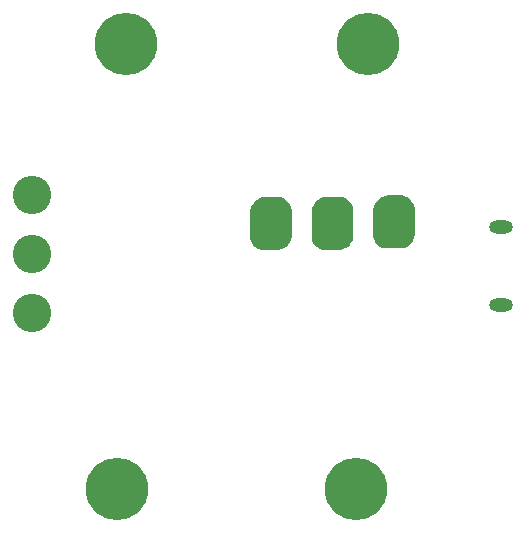
<source format=gbs>
G04*
G04 #@! TF.GenerationSoftware,Altium Limited,Altium Designer,20.0.1 (14)*
G04*
G04 Layer_Color=16711935*
%FSLAX44Y44*%
%MOMM*%
G71*
G01*
G75*
%ADD19O,2.0032X1.1032*%
%ADD20C,0.7032*%
%ADD21C,2.6032*%
%ADD22C,3.2512*%
%ADD23C,5.2832*%
G36*
X33655Y54612D02*
X34780Y54612D01*
X34814Y54610D01*
X34847D01*
X34880Y54605D01*
X34913Y54603D01*
X34946Y54597D01*
X34979Y54592D01*
X37187Y54153D01*
X37220Y54145D01*
X37252Y54138D01*
X37284Y54127D01*
X37316Y54119D01*
X37347Y54106D01*
X37378Y54095D01*
X39459Y53234D01*
X39488Y53219D01*
X39519Y53206D01*
X39548Y53190D01*
X39578Y53175D01*
X39606Y53156D01*
X39635Y53140D01*
X41507Y51889D01*
X41533Y51868D01*
X41561Y51850D01*
X41586Y51828D01*
X41612Y51808D01*
X41636Y51784D01*
X41661Y51762D01*
X43253Y50170D01*
X43275Y50145D01*
X43299Y50121D01*
X43319Y50095D01*
X43341Y50070D01*
X43359Y50042D01*
X43380Y50016D01*
X44630Y48143D01*
X44647Y48114D01*
X44666Y48087D01*
X44680Y48057D01*
X44697Y48028D01*
X44710Y47997D01*
X44724Y47967D01*
X45586Y45887D01*
X45597Y45855D01*
X45609Y45825D01*
X45618Y45793D01*
X45629Y45761D01*
X45635Y45728D01*
X45644Y45696D01*
X46083Y43488D01*
X46087Y43455D01*
X46094Y43422D01*
X46096Y43389D01*
X46100Y43356D01*
Y43323D01*
X46102Y43289D01*
X46102Y42164D01*
X46102Y42164D01*
X46102Y21843D01*
Y21843D01*
Y21843D01*
X46102Y20717D01*
X46100Y20684D01*
Y20651D01*
X46096Y20618D01*
X46094Y20584D01*
X46087Y20552D01*
X46083Y20519D01*
X45643Y18311D01*
X45635Y18279D01*
X45628Y18246D01*
X45617Y18214D01*
X45609Y18182D01*
X45596Y18151D01*
X45585Y18120D01*
X44724Y16040D01*
X44709Y16010D01*
X44696Y15979D01*
X44680Y15950D01*
X44665Y15920D01*
X44646Y15893D01*
X44630Y15864D01*
X43379Y13992D01*
X43358Y13965D01*
X43340Y13938D01*
X43318Y13913D01*
X43298Y13886D01*
X43274Y13863D01*
X43252Y13838D01*
X41660Y12246D01*
X41635Y12224D01*
X41612Y12200D01*
X41585Y12180D01*
X41560Y12158D01*
X41533Y12139D01*
X41506Y12119D01*
X39634Y10868D01*
X39605Y10852D01*
X39578Y10833D01*
X39548Y10818D01*
X39519Y10802D01*
X39488Y10789D01*
X39458Y10774D01*
X37378Y9912D01*
X37347Y9902D01*
X37316Y9889D01*
X37284Y9880D01*
X37252Y9870D01*
X37219Y9863D01*
X37187Y9855D01*
X34979Y9415D01*
X34946Y9411D01*
X34913Y9404D01*
X34880Y9402D01*
X34847Y9398D01*
X34814D01*
X34780Y9396D01*
X33660Y9396D01*
X33654Y9395D01*
X22224Y9395D01*
D01*
X21223Y9395D01*
X21190Y9397D01*
X21157D01*
X21124Y9402D01*
X21091Y9404D01*
X21058Y9410D01*
X21025Y9414D01*
X19062Y9805D01*
X19030Y9814D01*
X18997Y9820D01*
X18965Y9831D01*
X18933Y9839D01*
X18902Y9852D01*
X18871Y9863D01*
X17022Y10629D01*
X16992Y10644D01*
X16961Y10656D01*
X16932Y10673D01*
X16902Y10688D01*
X16875Y10706D01*
X16846Y10723D01*
X15182Y11835D01*
X15155Y11855D01*
X15128Y11874D01*
X15102Y11896D01*
X15076Y11916D01*
X15052Y11940D01*
X15027Y11962D01*
X13612Y13377D01*
X13590Y13402D01*
X13567Y13426D01*
X13547Y13452D01*
X13525Y13477D01*
X13506Y13505D01*
X13486Y13531D01*
X12374Y15196D01*
X12357Y15225D01*
X12339Y15252D01*
X12324Y15282D01*
X12307Y15311D01*
X12295Y15342D01*
X12280Y15372D01*
X11514Y17221D01*
X11504Y17253D01*
X11491Y17283D01*
X11482Y17316D01*
X11472Y17347D01*
X11465Y17380D01*
X11456Y17412D01*
X11066Y19375D01*
X11062Y19409D01*
X11056Y19441D01*
X11053Y19474D01*
X11049Y19507D01*
Y19541D01*
X11047Y19574D01*
X11047Y20569D01*
X11047Y20574D01*
X11046Y40893D01*
Y40893D01*
Y40893D01*
X11046Y42144D01*
X11048Y42177D01*
Y42210D01*
X11052Y42243D01*
X11055Y42277D01*
X11061Y42309D01*
X11065Y42342D01*
X11553Y44796D01*
X11562Y44828D01*
X11569Y44861D01*
X11579Y44893D01*
X11588Y44925D01*
X11601Y44956D01*
X11611Y44987D01*
X12569Y47299D01*
X12584Y47329D01*
X12596Y47359D01*
X12613Y47388D01*
X12628Y47418D01*
X12646Y47446D01*
X12663Y47475D01*
X14053Y49555D01*
X14073Y49581D01*
X14092Y49609D01*
X14114Y49634D01*
X14134Y49661D01*
X14158Y49684D01*
X14180Y49709D01*
X15949Y51478D01*
X15974Y51500D01*
X15997Y51524D01*
X16024Y51544D01*
X16049Y51566D01*
X16077Y51585D01*
X16103Y51605D01*
X18183Y52995D01*
X18212Y53012D01*
X18240Y53030D01*
X18270Y53045D01*
X18299Y53062D01*
X18329Y53074D01*
X18359Y53089D01*
X20671Y54047D01*
X20703Y54057D01*
X20733Y54070D01*
X20765Y54079D01*
X20797Y54089D01*
X20830Y54096D01*
X20862Y54105D01*
X23316Y54593D01*
X23349Y54597D01*
X23381Y54604D01*
X23415Y54606D01*
X23448Y54610D01*
X23481D01*
X23514Y54612D01*
X24764Y54612D01*
X24765Y54612D01*
X24765D01*
X24765D01*
X33655Y54612D01*
D02*
G37*
G36*
X85725D02*
X86850Y54612D01*
X86884Y54610D01*
X86917D01*
X86950Y54605D01*
X86983Y54603D01*
X87016Y54597D01*
X87049Y54592D01*
X89257Y54153D01*
X89290Y54145D01*
X89322Y54138D01*
X89354Y54127D01*
X89386Y54119D01*
X89417Y54106D01*
X89448Y54095D01*
X91529Y53234D01*
X91559Y53219D01*
X91589Y53206D01*
X91618Y53190D01*
X91648Y53175D01*
X91676Y53156D01*
X91705Y53140D01*
X93577Y51889D01*
X93603Y51868D01*
X93631Y51850D01*
X93656Y51828D01*
X93682Y51808D01*
X93706Y51784D01*
X93731Y51762D01*
X95323Y50170D01*
X95345Y50145D01*
X95369Y50121D01*
X95389Y50095D01*
X95411Y50070D01*
X95429Y50042D01*
X95450Y50016D01*
X96700Y48143D01*
X96717Y48114D01*
X96736Y48087D01*
X96750Y48057D01*
X96767Y48028D01*
X96780Y47997D01*
X96795Y47967D01*
X97656Y45887D01*
X97667Y45855D01*
X97679Y45825D01*
X97688Y45793D01*
X97699Y45761D01*
X97705Y45728D01*
X97714Y45696D01*
X98153Y43488D01*
X98157Y43455D01*
X98164Y43422D01*
X98166Y43389D01*
X98170Y43356D01*
Y43323D01*
X98172Y43289D01*
X98172Y42164D01*
X98172Y42164D01*
X98172Y21843D01*
Y21843D01*
Y21843D01*
X98172Y20717D01*
X98170Y20684D01*
Y20651D01*
X98166Y20618D01*
X98164Y20584D01*
X98157Y20552D01*
X98153Y20519D01*
X97713Y18311D01*
X97705Y18279D01*
X97698Y18246D01*
X97688Y18214D01*
X97679Y18182D01*
X97666Y18151D01*
X97655Y18120D01*
X96794Y16040D01*
X96779Y16010D01*
X96766Y15979D01*
X96750Y15950D01*
X96735Y15920D01*
X96716Y15893D01*
X96700Y15864D01*
X95449Y13992D01*
X95428Y13965D01*
X95410Y13938D01*
X95388Y13913D01*
X95368Y13886D01*
X95344Y13863D01*
X95322Y13838D01*
X93730Y12246D01*
X93705Y12224D01*
X93682Y12200D01*
X93655Y12180D01*
X93630Y12158D01*
X93603Y12139D01*
X93576Y12119D01*
X91704Y10868D01*
X91675Y10852D01*
X91648Y10833D01*
X91618Y10818D01*
X91589Y10802D01*
X91558Y10789D01*
X91528Y10774D01*
X89448Y9912D01*
X89417Y9902D01*
X89386Y9889D01*
X89354Y9880D01*
X89322Y9870D01*
X89289Y9863D01*
X89257Y9855D01*
X87049Y9415D01*
X87016Y9411D01*
X86983Y9404D01*
X86950Y9402D01*
X86917Y9398D01*
X86884D01*
X86851Y9396D01*
X85730Y9396D01*
X85724Y9395D01*
X74294Y9395D01*
D01*
X73293Y9395D01*
X73260Y9397D01*
X73227D01*
X73194Y9402D01*
X73161Y9404D01*
X73128Y9410D01*
X73095Y9414D01*
X71132Y9805D01*
X71100Y9814D01*
X71067Y9820D01*
X71035Y9831D01*
X71003Y9839D01*
X70972Y9852D01*
X70941Y9863D01*
X69092Y10629D01*
X69062Y10644D01*
X69031Y10656D01*
X69002Y10673D01*
X68972Y10688D01*
X68945Y10706D01*
X68916Y10723D01*
X67252Y11835D01*
X67225Y11855D01*
X67197Y11874D01*
X67172Y11896D01*
X67146Y11916D01*
X67122Y11940D01*
X67097Y11962D01*
X65682Y13377D01*
X65660Y13402D01*
X65637Y13426D01*
X65616Y13452D01*
X65595Y13477D01*
X65576Y13505D01*
X65556Y13531D01*
X64444Y15196D01*
X64427Y15225D01*
X64409Y15252D01*
X64394Y15282D01*
X64377Y15311D01*
X64365Y15342D01*
X64350Y15372D01*
X63584Y17221D01*
X63574Y17253D01*
X63561Y17283D01*
X63552Y17316D01*
X63542Y17347D01*
X63535Y17380D01*
X63526Y17412D01*
X63136Y19375D01*
X63132Y19409D01*
X63126Y19441D01*
X63123Y19474D01*
X63119Y19507D01*
Y19541D01*
X63117Y19574D01*
X63117Y20569D01*
X63117Y20574D01*
X63116Y40893D01*
Y40893D01*
Y40893D01*
X63116Y42144D01*
X63118Y42177D01*
Y42210D01*
X63122Y42243D01*
X63124Y42277D01*
X63131Y42309D01*
X63135Y42342D01*
X63623Y44796D01*
X63632Y44828D01*
X63639Y44861D01*
X63649Y44893D01*
X63658Y44925D01*
X63671Y44956D01*
X63682Y44987D01*
X64639Y47299D01*
X64654Y47329D01*
X64666Y47359D01*
X64683Y47388D01*
X64698Y47418D01*
X64716Y47446D01*
X64733Y47475D01*
X66123Y49555D01*
X66143Y49581D01*
X66162Y49609D01*
X66184Y49634D01*
X66204Y49661D01*
X66228Y49684D01*
X66250Y49709D01*
X68019Y51478D01*
X68044Y51500D01*
X68067Y51524D01*
X68094Y51544D01*
X68119Y51566D01*
X68147Y51585D01*
X68173Y51605D01*
X70253Y52995D01*
X70282Y53012D01*
X70310Y53030D01*
X70340Y53045D01*
X70369Y53062D01*
X70399Y53074D01*
X70429Y53089D01*
X72741Y54047D01*
X72772Y54057D01*
X72803Y54070D01*
X72835Y54079D01*
X72867Y54089D01*
X72900Y54096D01*
X72932Y54105D01*
X75386Y54593D01*
X75419Y54597D01*
X75451Y54604D01*
X75485Y54606D01*
X75518Y54610D01*
X75551D01*
X75584Y54612D01*
X76835Y54612D01*
X76835Y54612D01*
X76835D01*
X76835D01*
X85725Y54612D01*
D02*
G37*
G36*
X137795Y55882D02*
X138920Y55882D01*
X138954Y55880D01*
X138987D01*
X139020Y55875D01*
X139053Y55873D01*
X139086Y55867D01*
X139119Y55862D01*
X141327Y55423D01*
X141360Y55415D01*
X141392Y55408D01*
X141424Y55397D01*
X141456Y55389D01*
X141487Y55376D01*
X141518Y55365D01*
X143599Y54504D01*
X143629Y54489D01*
X143659Y54476D01*
X143688Y54460D01*
X143718Y54445D01*
X143746Y54426D01*
X143775Y54409D01*
X145647Y53159D01*
X145673Y53138D01*
X145701Y53120D01*
X145726Y53098D01*
X145752Y53078D01*
X145776Y53054D01*
X145801Y53032D01*
X147393Y51440D01*
X147415Y51415D01*
X147439Y51391D01*
X147459Y51365D01*
X147481Y51340D01*
X147499Y51312D01*
X147520Y51286D01*
X148770Y49413D01*
X148787Y49384D01*
X148806Y49357D01*
X148820Y49327D01*
X148837Y49298D01*
X148850Y49267D01*
X148864Y49237D01*
X149726Y47157D01*
X149737Y47126D01*
X149749Y47095D01*
X149758Y47063D01*
X149769Y47031D01*
X149775Y46998D01*
X149784Y46966D01*
X150223Y44758D01*
X150227Y44725D01*
X150234Y44692D01*
X150236Y44659D01*
X150240Y44626D01*
Y44592D01*
X150242Y44559D01*
X150242Y43434D01*
X150242Y43433D01*
X150242Y23113D01*
Y23113D01*
Y23113D01*
X150242Y21987D01*
X150240Y21954D01*
Y21921D01*
X150236Y21888D01*
X150234Y21855D01*
X150227Y21822D01*
X150223Y21789D01*
X149783Y19581D01*
X149775Y19549D01*
X149768Y19516D01*
X149757Y19484D01*
X149749Y19452D01*
X149736Y19421D01*
X149725Y19390D01*
X148864Y17310D01*
X148849Y17280D01*
X148836Y17249D01*
X148820Y17220D01*
X148805Y17190D01*
X148786Y17163D01*
X148770Y17134D01*
X147519Y15262D01*
X147499Y15235D01*
X147480Y15208D01*
X147458Y15183D01*
X147438Y15156D01*
X147414Y15133D01*
X147392Y15108D01*
X145800Y13516D01*
X145775Y13494D01*
X145752Y13470D01*
X145725Y13450D01*
X145700Y13428D01*
X145673Y13409D01*
X145646Y13389D01*
X143774Y12138D01*
X143745Y12122D01*
X143718Y12103D01*
X143688Y12088D01*
X143659Y12072D01*
X143628Y12059D01*
X143598Y12044D01*
X141518Y11183D01*
X141487Y11172D01*
X141456Y11159D01*
X141424Y11150D01*
X141392Y11140D01*
X141359Y11133D01*
X141327Y11125D01*
X139119Y10685D01*
X139086Y10681D01*
X139053Y10674D01*
X139020Y10672D01*
X138987Y10668D01*
X138954D01*
X138920Y10666D01*
X137800Y10666D01*
X137795Y10665D01*
X126364Y10665D01*
D01*
X125364Y10665D01*
X125330Y10667D01*
X125297D01*
X125264Y10671D01*
X125231Y10674D01*
X125198Y10680D01*
X125165Y10684D01*
X123202Y11075D01*
X123170Y11084D01*
X123137Y11090D01*
X123105Y11101D01*
X123073Y11109D01*
X123042Y11122D01*
X123011Y11133D01*
X121162Y11899D01*
X121132Y11914D01*
X121101Y11926D01*
X121072Y11943D01*
X121042Y11958D01*
X121015Y11976D01*
X120986Y11993D01*
X119322Y13105D01*
X119295Y13125D01*
X119268Y13144D01*
X119242Y13166D01*
X119216Y13186D01*
X119192Y13210D01*
X119167Y13232D01*
X117752Y14647D01*
X117730Y14672D01*
X117707Y14696D01*
X117687Y14722D01*
X117664Y14747D01*
X117646Y14775D01*
X117626Y14801D01*
X116514Y16466D01*
X116497Y16495D01*
X116479Y16522D01*
X116464Y16552D01*
X116447Y16581D01*
X116435Y16612D01*
X116420Y16642D01*
X115654Y18491D01*
X115644Y18523D01*
X115631Y18553D01*
X115622Y18586D01*
X115612Y18617D01*
X115605Y18650D01*
X115596Y18682D01*
X115206Y20645D01*
X115202Y20679D01*
X115196Y20711D01*
X115193Y20744D01*
X115189Y20777D01*
Y20811D01*
X115187Y20844D01*
X115187Y21839D01*
X115187Y21844D01*
X115186Y42163D01*
Y42163D01*
Y42163D01*
X115186Y43414D01*
X115188Y43447D01*
Y43480D01*
X115192Y43513D01*
X115195Y43547D01*
X115201Y43579D01*
X115205Y43612D01*
X115694Y46066D01*
X115702Y46098D01*
X115709Y46131D01*
X115719Y46163D01*
X115728Y46195D01*
X115741Y46226D01*
X115751Y46257D01*
X116709Y48569D01*
X116724Y48598D01*
X116736Y48629D01*
X116753Y48658D01*
X116768Y48688D01*
X116786Y48716D01*
X116803Y48745D01*
X118193Y50825D01*
X118213Y50851D01*
X118232Y50879D01*
X118254Y50904D01*
X118274Y50931D01*
X118298Y50954D01*
X118320Y50979D01*
X120089Y52748D01*
X120114Y52770D01*
X120137Y52794D01*
X120164Y52814D01*
X120189Y52836D01*
X120217Y52855D01*
X120243Y52875D01*
X122323Y54265D01*
X122352Y54282D01*
X122380Y54300D01*
X122410Y54315D01*
X122439Y54332D01*
X122469Y54344D01*
X122499Y54359D01*
X124811Y55317D01*
X124843Y55327D01*
X124873Y55340D01*
X124905Y55349D01*
X124937Y55360D01*
X124970Y55366D01*
X125002Y55375D01*
X127456Y55863D01*
X127488Y55867D01*
X127521Y55874D01*
X127555Y55876D01*
X127588Y55880D01*
X127621D01*
X127654Y55882D01*
X128904Y55882D01*
X128905Y55883D01*
X128905D01*
X128905D01*
X137795Y55882D01*
D02*
G37*
D19*
X223520Y29210D02*
D03*
Y-36790D02*
D03*
D20*
Y29210D02*
D03*
Y-36790D02*
D03*
D21*
X132080Y33274D02*
D03*
X27940Y32004D02*
D03*
X80010D02*
D03*
D22*
X-173990Y56350D02*
D03*
Y6350D02*
D03*
Y-43650D02*
D03*
D23*
X100330Y-193040D02*
D03*
X110490Y184150D02*
D03*
X-101600Y-193040D02*
D03*
X-93980Y184150D02*
D03*
M02*

</source>
